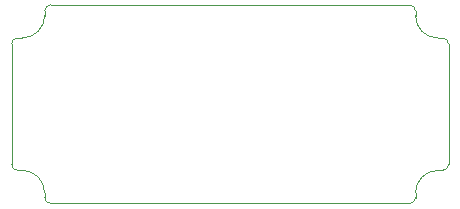
<source format=gbr>
G04 (created by PCBNEW (2013-07-07 BZR 4022)-stable) date 07/07/2014 23:54:26*
%MOIN*%
G04 Gerber Fmt 3.4, Leading zero omitted, Abs format*
%FSLAX34Y34*%
G01*
G70*
G90*
G04 APERTURE LIST*
%ADD10C,0.0019685*%
%ADD11C,0.00393701*%
G04 APERTURE END LIST*
G54D10*
G54D11*
X73228Y-54291D02*
X73385Y-54291D01*
X73031Y-58503D02*
X73031Y-54488D01*
X73385Y-58700D02*
X73228Y-58700D01*
X74133Y-59606D02*
X74133Y-59448D01*
X86299Y-59803D02*
X74330Y-59803D01*
X86496Y-59606D02*
X86496Y-59448D01*
X87401Y-58700D02*
X87244Y-58700D01*
X87598Y-54488D02*
X87598Y-58503D01*
X87244Y-54291D02*
X87401Y-54291D01*
X86496Y-53385D02*
X86496Y-53543D01*
X74330Y-53188D02*
X86299Y-53188D01*
X74133Y-53543D02*
X74133Y-53385D01*
X74330Y-53188D02*
G75*
G03X74133Y-53385I0J-196D01*
G74*
G01*
X86496Y-53385D02*
G75*
G03X86299Y-53188I-196J0D01*
G74*
G01*
X87598Y-54488D02*
G75*
G03X87401Y-54291I-196J0D01*
G74*
G01*
X87401Y-58700D02*
G75*
G03X87598Y-58503I0J196D01*
G74*
G01*
X86299Y-59803D02*
G75*
G03X86496Y-59606I0J196D01*
G74*
G01*
X74133Y-59606D02*
G75*
G03X74330Y-59803I196J0D01*
G74*
G01*
X73031Y-58503D02*
G75*
G03X73228Y-58700I196J0D01*
G74*
G01*
X73228Y-54291D02*
G75*
G03X73031Y-54488I0J-196D01*
G74*
G01*
X87244Y-58700D02*
G75*
G03X86496Y-59448I0J-748D01*
G74*
G01*
X86496Y-53543D02*
G75*
G03X87244Y-54291I748J0D01*
G74*
G01*
X74133Y-59448D02*
G75*
G03X73385Y-58700I-748J0D01*
G74*
G01*
X73385Y-54291D02*
G75*
G03X74133Y-53543I0J748D01*
G74*
G01*
X73268Y-58700D02*
G75*
G03X73268Y-58700I0J0D01*
G74*
G01*
X73266Y-58700D02*
X73268Y-58700D01*
X73267Y-58699D02*
X73267Y-58701D01*
M02*

</source>
